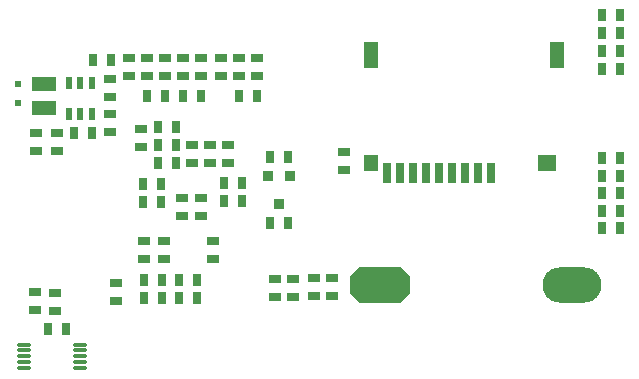
<source format=gbp>
G04*
G04 #@! TF.GenerationSoftware,Altium Limited,Altium Designer,22.7.1 (60)*
G04*
G04 Layer_Color=128*
%FSLAX44Y44*%
%MOMM*%
G71*
G04*
G04 #@! TF.SameCoordinates,186F2EC3-0C17-4490-BAB8-18F5E94287E0*
G04*
G04*
G04 #@! TF.FilePolarity,Positive*
G04*
G01*
G75*
%ADD43R,0.8000X1.0000*%
%ADD44R,1.0000X0.8000*%
%ADD45R,2.1000X1.2000*%
%ADD116R,1.6000X1.4000*%
%ADD117R,0.7000X1.8000*%
%ADD118R,1.2000X1.4000*%
%ADD119R,1.2000X2.2000*%
G04:AMPARAMS|DCode=120|XSize=5mm|YSize=3mm|CornerRadius=0mm|HoleSize=0mm|Usage=FLASHONLY|Rotation=0.000|XOffset=0mm|YOffset=0mm|HoleType=Round|Shape=Octagon|*
%AMOCTAGOND120*
4,1,8,2.5000,-0.7500,2.5000,0.7500,1.7500,1.5000,-1.7500,1.5000,-2.5000,0.7500,-2.5000,-0.7500,-1.7500,-1.5000,1.7500,-1.5000,2.5000,-0.7500,0.0*
%
%ADD120OCTAGOND120*%

%ADD121O,5.0000X3.0000*%
%ADD122R,0.9500X0.9500*%
%ADD123R,0.5500X1.0000*%
%ADD124O,1.2000X0.3000*%
%ADD125R,0.5000X0.5500*%
G54D43*
X520700Y-29210D02*
D03*
X505460D02*
D03*
X520700Y-74930D02*
D03*
X505460D02*
D03*
X520700Y-195072D02*
D03*
X505460D02*
D03*
X520700Y-209842D02*
D03*
X505460D02*
D03*
X162560Y-269240D02*
D03*
X147320D02*
D03*
X520700Y-150876D02*
D03*
X505460D02*
D03*
X520700Y-44412D02*
D03*
X505460D02*
D03*
X520700Y-59690D02*
D03*
X505460D02*
D03*
X198120Y-97790D02*
D03*
X213360D02*
D03*
X144780Y-124498D02*
D03*
X129540D02*
D03*
X240030Y-149860D02*
D03*
X224790D02*
D03*
Y-205702D02*
D03*
X240030D02*
D03*
X90170Y-67310D02*
D03*
X74930D02*
D03*
X58420Y-129540D02*
D03*
X73660D02*
D03*
X118110Y-269240D02*
D03*
X133350D02*
D03*
X120650Y-97790D02*
D03*
X135890D02*
D03*
X151130Y-97752D02*
D03*
X166370D02*
D03*
X129540Y-139662D02*
D03*
X144780D02*
D03*
X129540Y-154940D02*
D03*
X144780D02*
D03*
X116840Y-172720D02*
D03*
X132080D02*
D03*
X116840Y-187960D02*
D03*
X132080D02*
D03*
X200660Y-171488D02*
D03*
X185420D02*
D03*
X200660Y-186690D02*
D03*
X185420D02*
D03*
X147320Y-254038D02*
D03*
X162560D02*
D03*
X118110D02*
D03*
X133350D02*
D03*
X37084Y-295148D02*
D03*
X52324D02*
D03*
X505460Y-165608D02*
D03*
X520700D02*
D03*
X505460Y-180340D02*
D03*
X520700D02*
D03*
G54D44*
X261620Y-267780D02*
D03*
Y-252540D02*
D03*
X276860Y-267780D02*
D03*
Y-252540D02*
D03*
X228600Y-267970D02*
D03*
Y-252730D02*
D03*
X243840Y-267970D02*
D03*
Y-252730D02*
D03*
X42964Y-279908D02*
D03*
Y-264668D02*
D03*
X25870Y-264414D02*
D03*
Y-279654D02*
D03*
X115570Y-125730D02*
D03*
Y-140970D02*
D03*
X88900Y-113030D02*
D03*
Y-128270D02*
D03*
X213398Y-81280D02*
D03*
Y-66040D02*
D03*
X287020Y-145542D02*
D03*
Y-160782D02*
D03*
X198120Y-81280D02*
D03*
Y-66040D02*
D03*
X182880Y-81280D02*
D03*
Y-66040D02*
D03*
X166332Y-81280D02*
D03*
Y-66040D02*
D03*
X151130D02*
D03*
Y-81280D02*
D03*
X135852D02*
D03*
Y-66040D02*
D03*
X120688D02*
D03*
Y-81280D02*
D03*
X105410Y-66040D02*
D03*
Y-81280D02*
D03*
X88862Y-83820D02*
D03*
Y-99060D02*
D03*
X26670Y-129540D02*
D03*
Y-144780D02*
D03*
X44488D02*
D03*
Y-129540D02*
D03*
X189268Y-139700D02*
D03*
Y-154940D02*
D03*
X174028Y-139700D02*
D03*
Y-154940D02*
D03*
X158788Y-139700D02*
D03*
Y-154940D02*
D03*
X149860Y-199390D02*
D03*
Y-184150D02*
D03*
X166370Y-199390D02*
D03*
Y-184150D02*
D03*
X118148Y-220980D02*
D03*
Y-236220D02*
D03*
X134620Y-220980D02*
D03*
Y-236220D02*
D03*
X176530Y-220980D02*
D03*
Y-236220D02*
D03*
X93980Y-256540D02*
D03*
Y-271780D02*
D03*
G54D45*
X33020Y-107890D02*
D03*
Y-87690D02*
D03*
G54D116*
X458954Y-154444D02*
D03*
G54D117*
X323454Y-163194D02*
D03*
X334454Y-163194D02*
D03*
X345454Y-163194D02*
D03*
X367454Y-163194D02*
D03*
X389454Y-163194D02*
D03*
X400454Y-163194D02*
D03*
X411454Y-163194D02*
D03*
X356454Y-163194D02*
D03*
X378454D02*
D03*
G54D118*
X309954Y-154444D02*
D03*
G54D119*
Y-62944D02*
D03*
X467954D02*
D03*
G54D120*
X317408Y-257810D02*
D03*
G54D121*
X479968D02*
D03*
G54D122*
X232410Y-189550D02*
D03*
X241910Y-166050D02*
D03*
X222910Y-166050D02*
D03*
G54D123*
X54660Y-113030D02*
D03*
X64160Y-113030D02*
D03*
X73660Y-113030D02*
D03*
Y-87030D02*
D03*
X64160Y-87030D02*
D03*
X54660Y-87030D02*
D03*
G54D124*
X63632Y-308516D02*
D03*
X16632D02*
D03*
X63632Y-328516D02*
D03*
Y-323516D02*
D03*
Y-318516D02*
D03*
X63632Y-313516D02*
D03*
X16632Y-313516D02*
D03*
Y-318516D02*
D03*
Y-323516D02*
D03*
Y-328516D02*
D03*
G54D125*
X11430Y-104140D02*
D03*
Y-88140D02*
D03*
M02*

</source>
